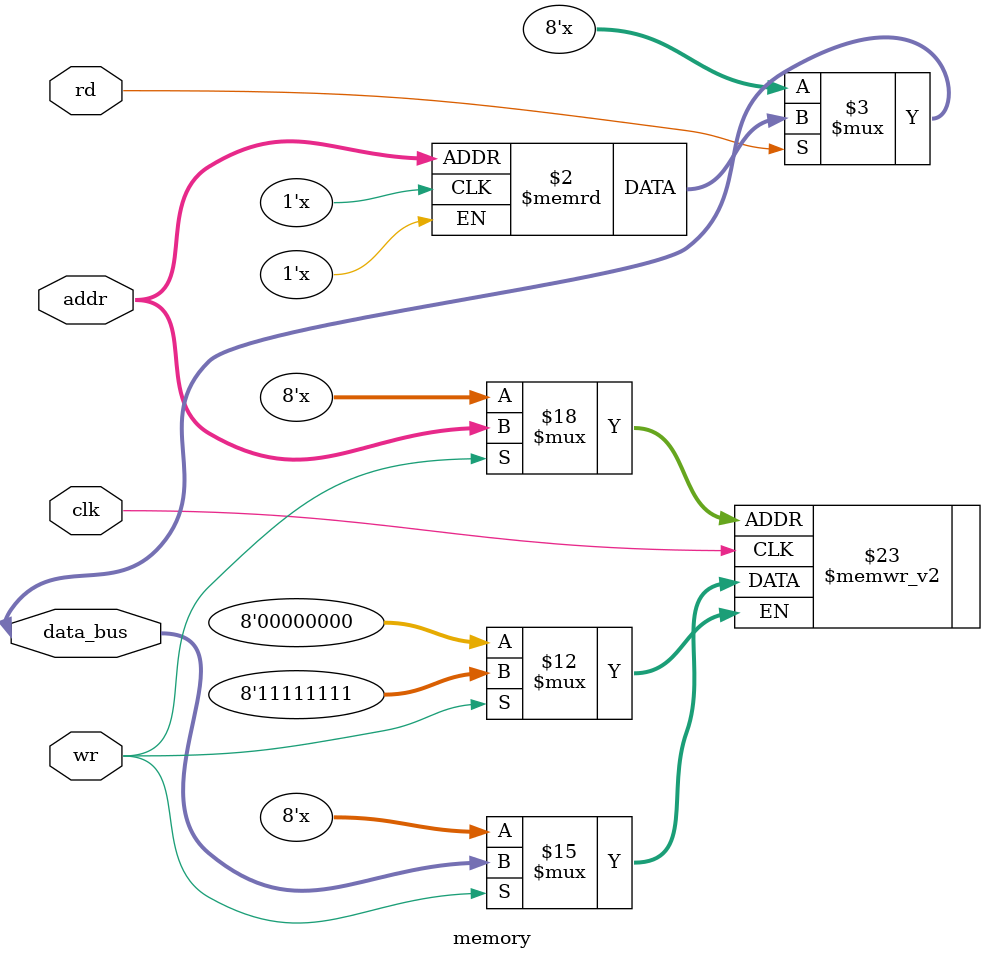
<source format=v>
module memory (
    input clk,
    input rd,
    input wr,
    input [7:0] addr,
    inout [7:0] data_bus
);
    reg [7:0] mem [0:255]; 
    assign data_bus = (rd) ? mem[addr] : 8'bz;
    always @(posedge clk) begin
        if (wr) begin
            mem[addr] <= data_bus;
        end
    end
endmodule
</source>
